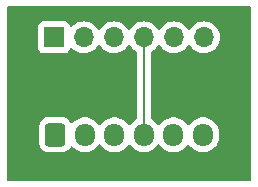
<source format=gbr>
%TF.GenerationSoftware,KiCad,Pcbnew,8.0.3*%
%TF.CreationDate,2024-10-29T19:57:56-07:00*%
%TF.ProjectId,MicPCB,4d696350-4342-42e6-9b69-6361645f7063,rev?*%
%TF.SameCoordinates,Original*%
%TF.FileFunction,Copper,L2,Bot*%
%TF.FilePolarity,Positive*%
%FSLAX46Y46*%
G04 Gerber Fmt 4.6, Leading zero omitted, Abs format (unit mm)*
G04 Created by KiCad (PCBNEW 8.0.3) date 2024-10-29 19:57:56*
%MOMM*%
%LPD*%
G01*
G04 APERTURE LIST*
G04 Aperture macros list*
%AMRoundRect*
0 Rectangle with rounded corners*
0 $1 Rounding radius*
0 $2 $3 $4 $5 $6 $7 $8 $9 X,Y pos of 4 corners*
0 Add a 4 corners polygon primitive as box body*
4,1,4,$2,$3,$4,$5,$6,$7,$8,$9,$2,$3,0*
0 Add four circle primitives for the rounded corners*
1,1,$1+$1,$2,$3*
1,1,$1+$1,$4,$5*
1,1,$1+$1,$6,$7*
1,1,$1+$1,$8,$9*
0 Add four rect primitives between the rounded corners*
20,1,$1+$1,$2,$3,$4,$5,0*
20,1,$1+$1,$4,$5,$6,$7,0*
20,1,$1+$1,$6,$7,$8,$9,0*
20,1,$1+$1,$8,$9,$2,$3,0*%
G04 Aperture macros list end*
%TA.AperFunction,ComponentPad*%
%ADD10RoundRect,0.250000X-0.600000X-0.725000X0.600000X-0.725000X0.600000X0.725000X-0.600000X0.725000X0*%
%TD*%
%TA.AperFunction,ComponentPad*%
%ADD11O,1.700000X1.950000*%
%TD*%
%TA.AperFunction,ComponentPad*%
%ADD12R,1.700000X1.700000*%
%TD*%
%TA.AperFunction,ComponentPad*%
%ADD13O,1.700000X1.700000*%
%TD*%
%TA.AperFunction,ViaPad*%
%ADD14C,0.600000*%
%TD*%
%TA.AperFunction,Conductor*%
%ADD15C,0.200000*%
%TD*%
G04 APERTURE END LIST*
D10*
%TO.P,J5,1,Pin_1*%
%TO.N,/sel1*%
X159505000Y-99060000D03*
D11*
%TO.P,J5,2,Pin_2*%
%TO.N,/lrcl1*%
X162005000Y-99060000D03*
%TO.P,J5,3,Pin_3*%
%TO.N,/sd1*%
X164505000Y-99060000D03*
%TO.P,J5,4,Pin_4*%
%TO.N,/bclk1*%
X167005000Y-99060000D03*
%TO.P,J5,5,Pin_5*%
%TO.N,GND1*%
X169505000Y-99060000D03*
%TO.P,J5,6,Pin_6*%
%TO.N,+3.3V1*%
X172005000Y-99060000D03*
%TD*%
D12*
%TO.P,J4,1,Pin_1*%
%TO.N,/sel1*%
X159385000Y-90805000D03*
D13*
%TO.P,J4,2,Pin_2*%
%TO.N,/lrcl1*%
X161925000Y-90805000D03*
%TO.P,J4,3,Pin_3*%
%TO.N,/sd1*%
X164465000Y-90805000D03*
%TO.P,J4,4,Pin_4*%
%TO.N,/bclk1*%
X167005000Y-90805000D03*
%TO.P,J4,5,Pin_5*%
%TO.N,GND1*%
X169545000Y-90805000D03*
%TO.P,J4,6,Pin_6*%
%TO.N,+3.3V1*%
X172085000Y-90805000D03*
%TD*%
D14*
%TO.N,GND1*%
X170815000Y-102070000D03*
%TD*%
D15*
%TO.N,/bclk1*%
X167005000Y-90805000D02*
X167005000Y-99060000D01*
%TD*%
%TA.AperFunction,Conductor*%
%TO.N,GND1*%
G36*
X175972539Y-88150185D02*
G01*
X176018294Y-88202989D01*
X176029500Y-88254500D01*
X176029500Y-102880500D01*
X176009815Y-102947539D01*
X175957011Y-102993294D01*
X175905500Y-103004500D01*
X155564500Y-103004500D01*
X155497461Y-102984815D01*
X155451706Y-102932011D01*
X155440500Y-102880500D01*
X155440500Y-89907135D01*
X158034500Y-89907135D01*
X158034500Y-91702870D01*
X158034501Y-91702876D01*
X158040908Y-91762483D01*
X158091202Y-91897328D01*
X158091206Y-91897335D01*
X158177452Y-92012544D01*
X158177455Y-92012547D01*
X158292664Y-92098793D01*
X158292671Y-92098797D01*
X158427517Y-92149091D01*
X158427516Y-92149091D01*
X158434444Y-92149835D01*
X158487127Y-92155500D01*
X160282872Y-92155499D01*
X160342483Y-92149091D01*
X160477331Y-92098796D01*
X160592546Y-92012546D01*
X160678796Y-91897331D01*
X160727810Y-91765916D01*
X160769681Y-91709984D01*
X160835145Y-91685566D01*
X160903418Y-91700417D01*
X160931673Y-91721569D01*
X161053599Y-91843495D01*
X161150384Y-91911265D01*
X161247165Y-91979032D01*
X161247167Y-91979033D01*
X161247170Y-91979035D01*
X161461337Y-92078903D01*
X161689592Y-92140063D01*
X161866034Y-92155500D01*
X161924999Y-92160659D01*
X161925000Y-92160659D01*
X161925001Y-92160659D01*
X161983966Y-92155500D01*
X162160408Y-92140063D01*
X162388663Y-92078903D01*
X162602830Y-91979035D01*
X162796401Y-91843495D01*
X162963495Y-91676401D01*
X163093425Y-91490842D01*
X163148002Y-91447217D01*
X163217500Y-91440023D01*
X163279855Y-91471546D01*
X163296575Y-91490842D01*
X163426500Y-91676395D01*
X163426505Y-91676401D01*
X163593599Y-91843495D01*
X163690384Y-91911265D01*
X163787165Y-91979032D01*
X163787167Y-91979033D01*
X163787170Y-91979035D01*
X164001337Y-92078903D01*
X164229592Y-92140063D01*
X164406034Y-92155500D01*
X164464999Y-92160659D01*
X164465000Y-92160659D01*
X164465001Y-92160659D01*
X164523966Y-92155500D01*
X164700408Y-92140063D01*
X164928663Y-92078903D01*
X165142830Y-91979035D01*
X165336401Y-91843495D01*
X165503495Y-91676401D01*
X165633425Y-91490842D01*
X165688002Y-91447217D01*
X165757500Y-91440023D01*
X165819855Y-91471546D01*
X165836575Y-91490842D01*
X165966500Y-91676395D01*
X165966505Y-91676401D01*
X166133599Y-91843495D01*
X166230384Y-91911265D01*
X166327165Y-91979032D01*
X166327167Y-91979033D01*
X166327170Y-91979035D01*
X166332898Y-91981706D01*
X166385339Y-92027872D01*
X166404500Y-92094090D01*
X166404500Y-97649281D01*
X166384815Y-97716320D01*
X166336795Y-97759765D01*
X166297185Y-97779947D01*
X166297184Y-97779948D01*
X166125213Y-97904890D01*
X165974894Y-98055209D01*
X165974890Y-98055214D01*
X165855318Y-98219793D01*
X165799989Y-98262459D01*
X165730375Y-98268438D01*
X165668580Y-98235833D01*
X165654682Y-98219793D01*
X165535109Y-98055214D01*
X165535105Y-98055209D01*
X165384786Y-97904890D01*
X165212820Y-97779951D01*
X165023414Y-97683444D01*
X165023413Y-97683443D01*
X165023412Y-97683443D01*
X164821243Y-97617754D01*
X164821241Y-97617753D01*
X164821240Y-97617753D01*
X164659957Y-97592208D01*
X164611287Y-97584500D01*
X164398713Y-97584500D01*
X164350042Y-97592208D01*
X164188760Y-97617753D01*
X163986585Y-97683444D01*
X163797179Y-97779951D01*
X163625213Y-97904890D01*
X163474894Y-98055209D01*
X163474890Y-98055214D01*
X163355318Y-98219793D01*
X163299989Y-98262459D01*
X163230375Y-98268438D01*
X163168580Y-98235833D01*
X163154682Y-98219793D01*
X163035109Y-98055214D01*
X163035105Y-98055209D01*
X162884786Y-97904890D01*
X162712820Y-97779951D01*
X162523414Y-97683444D01*
X162523413Y-97683443D01*
X162523412Y-97683443D01*
X162321243Y-97617754D01*
X162321241Y-97617753D01*
X162321240Y-97617753D01*
X162159957Y-97592208D01*
X162111287Y-97584500D01*
X161898713Y-97584500D01*
X161850042Y-97592208D01*
X161688760Y-97617753D01*
X161486585Y-97683444D01*
X161297179Y-97779951D01*
X161125215Y-97904889D01*
X160986398Y-98043706D01*
X160925075Y-98077190D01*
X160855383Y-98072206D01*
X160799450Y-98030334D01*
X160793178Y-98021120D01*
X160697712Y-97866344D01*
X160573657Y-97742289D01*
X160573656Y-97742288D01*
X160424334Y-97650186D01*
X160257797Y-97595001D01*
X160257795Y-97595000D01*
X160155010Y-97584500D01*
X158854998Y-97584500D01*
X158854981Y-97584501D01*
X158752203Y-97595000D01*
X158752200Y-97595001D01*
X158585668Y-97650185D01*
X158585663Y-97650187D01*
X158436342Y-97742289D01*
X158312289Y-97866342D01*
X158220187Y-98015663D01*
X158220185Y-98015668D01*
X158215325Y-98030334D01*
X158165001Y-98182203D01*
X158165001Y-98182204D01*
X158165000Y-98182204D01*
X158154500Y-98284983D01*
X158154500Y-99835001D01*
X158154501Y-99835018D01*
X158165000Y-99937796D01*
X158165001Y-99937799D01*
X158210894Y-100076294D01*
X158220186Y-100104334D01*
X158312288Y-100253656D01*
X158436344Y-100377712D01*
X158585666Y-100469814D01*
X158752203Y-100524999D01*
X158854991Y-100535500D01*
X160155008Y-100535499D01*
X160257797Y-100524999D01*
X160424334Y-100469814D01*
X160573656Y-100377712D01*
X160697712Y-100253656D01*
X160789814Y-100104334D01*
X160789814Y-100104331D01*
X160793178Y-100098879D01*
X160845126Y-100052154D01*
X160914088Y-100040931D01*
X160978170Y-100068774D01*
X160986398Y-100076294D01*
X161125213Y-100215109D01*
X161297179Y-100340048D01*
X161297181Y-100340049D01*
X161297184Y-100340051D01*
X161486588Y-100436557D01*
X161688757Y-100502246D01*
X161898713Y-100535500D01*
X161898714Y-100535500D01*
X162111286Y-100535500D01*
X162111287Y-100535500D01*
X162321243Y-100502246D01*
X162523412Y-100436557D01*
X162712816Y-100340051D01*
X162734789Y-100324086D01*
X162884786Y-100215109D01*
X162884788Y-100215106D01*
X162884792Y-100215104D01*
X163035104Y-100064792D01*
X163154683Y-99900204D01*
X163210011Y-99857540D01*
X163279624Y-99851561D01*
X163341420Y-99884166D01*
X163355313Y-99900199D01*
X163457560Y-100040931D01*
X163474896Y-100064792D01*
X163625213Y-100215109D01*
X163797179Y-100340048D01*
X163797181Y-100340049D01*
X163797184Y-100340051D01*
X163986588Y-100436557D01*
X164188757Y-100502246D01*
X164398713Y-100535500D01*
X164398714Y-100535500D01*
X164611286Y-100535500D01*
X164611287Y-100535500D01*
X164821243Y-100502246D01*
X165023412Y-100436557D01*
X165212816Y-100340051D01*
X165234789Y-100324086D01*
X165384786Y-100215109D01*
X165384788Y-100215106D01*
X165384792Y-100215104D01*
X165535104Y-100064792D01*
X165654683Y-99900204D01*
X165710011Y-99857540D01*
X165779624Y-99851561D01*
X165841420Y-99884166D01*
X165855313Y-99900199D01*
X165957560Y-100040931D01*
X165974896Y-100064792D01*
X166125213Y-100215109D01*
X166297179Y-100340048D01*
X166297181Y-100340049D01*
X166297184Y-100340051D01*
X166486588Y-100436557D01*
X166688757Y-100502246D01*
X166898713Y-100535500D01*
X166898714Y-100535500D01*
X167111286Y-100535500D01*
X167111287Y-100535500D01*
X167321243Y-100502246D01*
X167523412Y-100436557D01*
X167712816Y-100340051D01*
X167734789Y-100324086D01*
X167884786Y-100215109D01*
X167884788Y-100215106D01*
X167884792Y-100215104D01*
X168035104Y-100064792D01*
X168154991Y-99899779D01*
X168210320Y-99857115D01*
X168279933Y-99851136D01*
X168341729Y-99883741D01*
X168355627Y-99899781D01*
X168475272Y-100064459D01*
X168475276Y-100064464D01*
X168625535Y-100214723D01*
X168625540Y-100214727D01*
X168797442Y-100339620D01*
X168986782Y-100436095D01*
X169188870Y-100501757D01*
X169398754Y-100535000D01*
X169611246Y-100535000D01*
X169821127Y-100501757D01*
X169821130Y-100501757D01*
X170023217Y-100436095D01*
X170212557Y-100339620D01*
X170384459Y-100214727D01*
X170384464Y-100214723D01*
X170534721Y-100064466D01*
X170654371Y-99899781D01*
X170709701Y-99857115D01*
X170779314Y-99851136D01*
X170841110Y-99883741D01*
X170855008Y-99899781D01*
X170974890Y-100064785D01*
X170974894Y-100064790D01*
X171125213Y-100215109D01*
X171297179Y-100340048D01*
X171297181Y-100340049D01*
X171297184Y-100340051D01*
X171486588Y-100436557D01*
X171688757Y-100502246D01*
X171898713Y-100535500D01*
X171898714Y-100535500D01*
X172111286Y-100535500D01*
X172111287Y-100535500D01*
X172321243Y-100502246D01*
X172523412Y-100436557D01*
X172712816Y-100340051D01*
X172734789Y-100324086D01*
X172884786Y-100215109D01*
X172884788Y-100215106D01*
X172884792Y-100215104D01*
X173035104Y-100064792D01*
X173035106Y-100064788D01*
X173035109Y-100064786D01*
X173160048Y-99892820D01*
X173160047Y-99892820D01*
X173160051Y-99892816D01*
X173256557Y-99703412D01*
X173322246Y-99501243D01*
X173355500Y-99291287D01*
X173355500Y-98828713D01*
X173322246Y-98618757D01*
X173256557Y-98416588D01*
X173160051Y-98227184D01*
X173160049Y-98227181D01*
X173160048Y-98227179D01*
X173035109Y-98055213D01*
X172884786Y-97904890D01*
X172712820Y-97779951D01*
X172523414Y-97683444D01*
X172523413Y-97683443D01*
X172523412Y-97683443D01*
X172321243Y-97617754D01*
X172321241Y-97617753D01*
X172321240Y-97617753D01*
X172159957Y-97592208D01*
X172111287Y-97584500D01*
X171898713Y-97584500D01*
X171850042Y-97592208D01*
X171688760Y-97617753D01*
X171486585Y-97683444D01*
X171297179Y-97779951D01*
X171125213Y-97904890D01*
X170974894Y-98055209D01*
X170974890Y-98055214D01*
X170855008Y-98220218D01*
X170799678Y-98262884D01*
X170730065Y-98268863D01*
X170668270Y-98236257D01*
X170654372Y-98220218D01*
X170534727Y-98055540D01*
X170534723Y-98055535D01*
X170384464Y-97905276D01*
X170384459Y-97905272D01*
X170212557Y-97780379D01*
X170023217Y-97683904D01*
X169821129Y-97618242D01*
X169611246Y-97585000D01*
X169398754Y-97585000D01*
X169188872Y-97618242D01*
X169188869Y-97618242D01*
X168986782Y-97683904D01*
X168797442Y-97780379D01*
X168625540Y-97905272D01*
X168625535Y-97905276D01*
X168475276Y-98055535D01*
X168475272Y-98055540D01*
X168355627Y-98220218D01*
X168300297Y-98262884D01*
X168230684Y-98268863D01*
X168168889Y-98236257D01*
X168154991Y-98220218D01*
X168035109Y-98055214D01*
X168035105Y-98055209D01*
X167884786Y-97904890D01*
X167712815Y-97779948D01*
X167712814Y-97779947D01*
X167673205Y-97759765D01*
X167622409Y-97711791D01*
X167605500Y-97649281D01*
X167605500Y-92094090D01*
X167625185Y-92027051D01*
X167677101Y-91981706D01*
X167682830Y-91979035D01*
X167876401Y-91843495D01*
X168043495Y-91676401D01*
X168173730Y-91490405D01*
X168228307Y-91446781D01*
X168297805Y-91439587D01*
X168360160Y-91471110D01*
X168376879Y-91490405D01*
X168506890Y-91676078D01*
X168673917Y-91843105D01*
X168867421Y-91978600D01*
X169081507Y-92078429D01*
X169081516Y-92078433D01*
X169309673Y-92139567D01*
X169309684Y-92139569D01*
X169544998Y-92160157D01*
X169545002Y-92160157D01*
X169780315Y-92139569D01*
X169780326Y-92139567D01*
X170008483Y-92078433D01*
X170008492Y-92078429D01*
X170222578Y-91978600D01*
X170416082Y-91843105D01*
X170583105Y-91676082D01*
X170713119Y-91490405D01*
X170767696Y-91446781D01*
X170837195Y-91439588D01*
X170899549Y-91471110D01*
X170916269Y-91490405D01*
X171046505Y-91676401D01*
X171213599Y-91843495D01*
X171310384Y-91911265D01*
X171407165Y-91979032D01*
X171407167Y-91979033D01*
X171407170Y-91979035D01*
X171621337Y-92078903D01*
X171849592Y-92140063D01*
X172026034Y-92155500D01*
X172084999Y-92160659D01*
X172085000Y-92160659D01*
X172085001Y-92160659D01*
X172143966Y-92155500D01*
X172320408Y-92140063D01*
X172548663Y-92078903D01*
X172762830Y-91979035D01*
X172956401Y-91843495D01*
X173123495Y-91676401D01*
X173259035Y-91482830D01*
X173358903Y-91268663D01*
X173420063Y-91040408D01*
X173440659Y-90805000D01*
X173420063Y-90569592D01*
X173358903Y-90341337D01*
X173259035Y-90127171D01*
X173253731Y-90119595D01*
X173123494Y-89933597D01*
X172956402Y-89766506D01*
X172956395Y-89766501D01*
X172762834Y-89630967D01*
X172762830Y-89630965D01*
X172762828Y-89630964D01*
X172548663Y-89531097D01*
X172548659Y-89531096D01*
X172548655Y-89531094D01*
X172320413Y-89469938D01*
X172320403Y-89469936D01*
X172085001Y-89449341D01*
X172084999Y-89449341D01*
X171849596Y-89469936D01*
X171849586Y-89469938D01*
X171621344Y-89531094D01*
X171621335Y-89531098D01*
X171407171Y-89630964D01*
X171407169Y-89630965D01*
X171213597Y-89766505D01*
X171046508Y-89933594D01*
X170916269Y-90119595D01*
X170861692Y-90163219D01*
X170792193Y-90170412D01*
X170729839Y-90138890D01*
X170713119Y-90119594D01*
X170583113Y-89933926D01*
X170583108Y-89933920D01*
X170416082Y-89766894D01*
X170222578Y-89631399D01*
X170008492Y-89531570D01*
X170008483Y-89531566D01*
X169780326Y-89470432D01*
X169780315Y-89470430D01*
X169545002Y-89449843D01*
X169544998Y-89449843D01*
X169309684Y-89470430D01*
X169309673Y-89470432D01*
X169081516Y-89531566D01*
X169081507Y-89531570D01*
X168867422Y-89631399D01*
X168867420Y-89631400D01*
X168673926Y-89766886D01*
X168673920Y-89766891D01*
X168506891Y-89933920D01*
X168506890Y-89933922D01*
X168376880Y-90119595D01*
X168322303Y-90163219D01*
X168252804Y-90170412D01*
X168190450Y-90138890D01*
X168173730Y-90119594D01*
X168043494Y-89933597D01*
X167876402Y-89766506D01*
X167876395Y-89766501D01*
X167682834Y-89630967D01*
X167682830Y-89630965D01*
X167682828Y-89630964D01*
X167468663Y-89531097D01*
X167468659Y-89531096D01*
X167468655Y-89531094D01*
X167240413Y-89469938D01*
X167240403Y-89469936D01*
X167005001Y-89449341D01*
X167004999Y-89449341D01*
X166769596Y-89469936D01*
X166769586Y-89469938D01*
X166541344Y-89531094D01*
X166541335Y-89531098D01*
X166327171Y-89630964D01*
X166327169Y-89630965D01*
X166133597Y-89766505D01*
X165966505Y-89933597D01*
X165836575Y-90119158D01*
X165781998Y-90162783D01*
X165712500Y-90169977D01*
X165650145Y-90138454D01*
X165633425Y-90119158D01*
X165503494Y-89933597D01*
X165336402Y-89766506D01*
X165336395Y-89766501D01*
X165142834Y-89630967D01*
X165142830Y-89630965D01*
X165142828Y-89630964D01*
X164928663Y-89531097D01*
X164928659Y-89531096D01*
X164928655Y-89531094D01*
X164700413Y-89469938D01*
X164700403Y-89469936D01*
X164465001Y-89449341D01*
X164464999Y-89449341D01*
X164229596Y-89469936D01*
X164229586Y-89469938D01*
X164001344Y-89531094D01*
X164001335Y-89531098D01*
X163787171Y-89630964D01*
X163787169Y-89630965D01*
X163593597Y-89766505D01*
X163426505Y-89933597D01*
X163296575Y-90119158D01*
X163241998Y-90162783D01*
X163172500Y-90169977D01*
X163110145Y-90138454D01*
X163093425Y-90119158D01*
X162963494Y-89933597D01*
X162796402Y-89766506D01*
X162796395Y-89766501D01*
X162602834Y-89630967D01*
X162602830Y-89630965D01*
X162602828Y-89630964D01*
X162388663Y-89531097D01*
X162388659Y-89531096D01*
X162388655Y-89531094D01*
X162160413Y-89469938D01*
X162160403Y-89469936D01*
X161925001Y-89449341D01*
X161924999Y-89449341D01*
X161689596Y-89469936D01*
X161689586Y-89469938D01*
X161461344Y-89531094D01*
X161461335Y-89531098D01*
X161247171Y-89630964D01*
X161247169Y-89630965D01*
X161053600Y-89766503D01*
X160931673Y-89888430D01*
X160870350Y-89921914D01*
X160800658Y-89916930D01*
X160744725Y-89875058D01*
X160727810Y-89844081D01*
X160678797Y-89712671D01*
X160678793Y-89712664D01*
X160592547Y-89597455D01*
X160592544Y-89597452D01*
X160477335Y-89511206D01*
X160477328Y-89511202D01*
X160342482Y-89460908D01*
X160342483Y-89460908D01*
X160282883Y-89454501D01*
X160282881Y-89454500D01*
X160282873Y-89454500D01*
X160282864Y-89454500D01*
X158487129Y-89454500D01*
X158487123Y-89454501D01*
X158427516Y-89460908D01*
X158292671Y-89511202D01*
X158292664Y-89511206D01*
X158177455Y-89597452D01*
X158177452Y-89597455D01*
X158091206Y-89712664D01*
X158091202Y-89712671D01*
X158040908Y-89847517D01*
X158034501Y-89907116D01*
X158034500Y-89907135D01*
X155440500Y-89907135D01*
X155440500Y-88254500D01*
X155460185Y-88187461D01*
X155512989Y-88141706D01*
X155564500Y-88130500D01*
X175905500Y-88130500D01*
X175972539Y-88150185D01*
G37*
%TD.AperFunction*%
%TD*%
M02*

</source>
